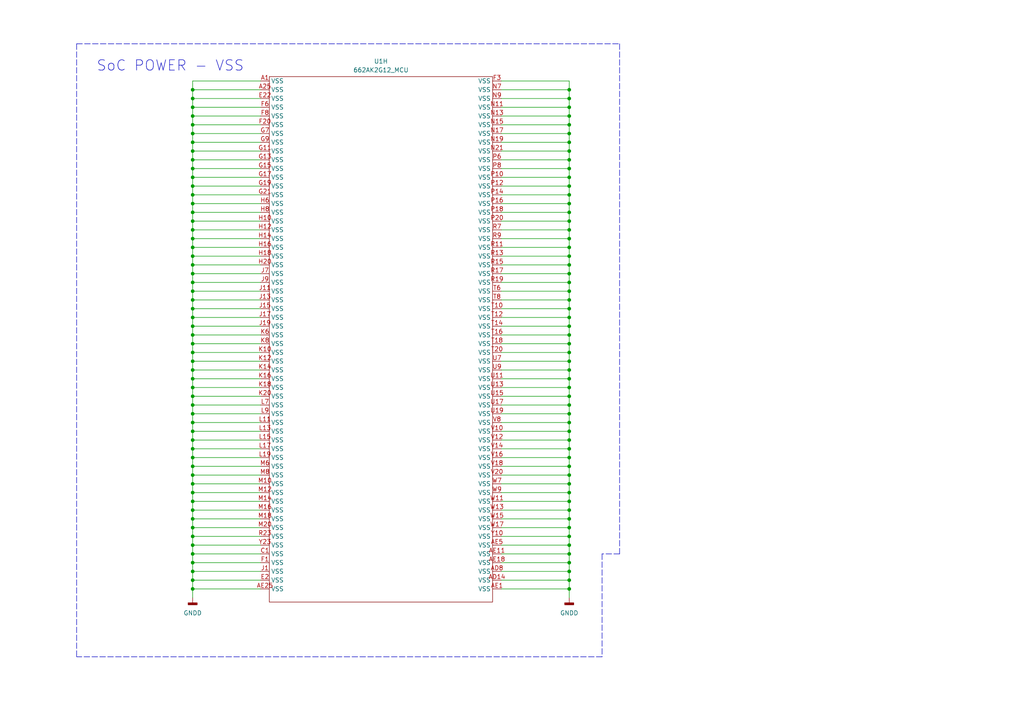
<source format=kicad_sch>
(kicad_sch (version 20211123) (generator eeschema)
  (paper "A4")
  (lib_symbols
    (symbol "66AK2GO2_MCU:662AK2G02_MCU"
      (property "Reference" "U" (at -135.89 90.17 0))
      (property "Value" "662AK2G02_MCU" (at -140.97 -353.06 0))
      (symbol "662AK2G02_MCU_1_0"
        (pin input line (at 17.78 12.7 180) (length 2.54) (name "NMIn") (number "W1"))
      )
      (symbol "662AK2G02_MCU_1_1"
        (rectangle (start 15.24 17.78) (end -21.59 -7.62))
        (pin input line (at 17.78 10.16 180) (length 2.54) (name "PORn") (number "AA3"))
        (pin input line (at 17.78 7.62 180) (length 2.54) (name "LRESETNMIENn") (number "V1"))
        (pin input line (at 17.78 5.08 180) (length 2.54) (name "LRESETn") (number "V2"))
        (pin input line (at 17.78 0 180) (length 2.54) (name "RESETFULLn") (number "W2"))
        (pin input line (at 17.78 2.54 180) (length 2.54) (name "RESETn") (number "W3"))
        (pin input line (at 17.78 -2.54 180) (length 2.54) (name "RESETSTATn") (number "Y2"))
        (pin input line (at 17.78 -5.08 180) (length 2.54) (name "BOOTCOMPLETE") (number "Y3"))
      )
      (symbol "662AK2G02_MCU_2_0"
        (rectangle (start -31.75 19.05) (end 35.56 -19.05))
      )
      (symbol "662AK2G02_MCU_2_1"
        (pin input line (at -34.29 13.97 0) (length 2.54) (name "AUDOSC_OUT") (number "A17"))
        (pin input line (at 38.1 16.51 180) (length 2.54) (name "SYSOSC_IN") (number "AC19"))
        (pin input line (at 38.1 1.27 180) (length 2.54) (name "SYSCLK_N") (number "AC25"))
        (pin input line (at 38.1 8.89 180) (length 2.54) (name "VSS_OSC_SYS") (number "AD19"))
        (pin input line (at 38.1 5.08 180) (length 2.54) (name "SYSCLK_P") (number "AD25"))
        (pin input line (at 38.1 12.7 180) (length 2.54) (name "SYSOSC_OUT") (number "AE19"))
        (pin input line (at -34.29 10.16 0) (length 2.54) (name "VSS_OSC_AUDIO") (number "B17"))
        (pin input line (at -34.29 17.78 0) (length 2.54) (name "AUDOSC_IN") (number "C17"))
        (pin input line (at -34.29 3.81 0) (length 2.54) (name "USB1_XO") (number "C20"))
        (pin input line (at -34.29 0 0) (length 2.54) (name "USB0_XO") (number "D19"))
        (pin input line (at -34.29 -13.97 0) (length 2.54) (name "RMII_REFCLK/PR0_eCAP0_eCAP_SYNCOUT") (number "D24"))
        (pin input line (at -34.29 -6.35 0) (length 2.54) (name "OBSCLK_P") (number "K1"))
        (pin input line (at 38.1 -13.97 180) (length 2.54) (name "CPTS_REFCLK_P") (number "K21"))
        (pin input line (at -34.29 -10.16 0) (length 2.54) (name "OBSCLK_N") (number "L1"))
        (pin input line (at 38.1 -17.78 180) (length 2.54) (name "CPTS_REFCLK_N") (number "L21"))
        (pin input line (at 38.1 -10.16 180) (length 2.54) (name "SYSCLKOUT") (number "M21"))
        (pin input line (at -34.29 -3.81 0) (length 2.54) (name "OBSPLL_LOCK") (number "N5"))
        (pin input line (at 38.1 -6.35 180) (length 2.54) (name "SYSCLKSEL") (number "R1"))
      )
      (symbol "662AK2G02_MCU_3_0"
        (rectangle (start -43.18 38.1) (end 34.29 -29.21))
      )
      (symbol "662AK2G02_MCU_3_1"
        (pin input line (at 36.83 29.21 180) (length 2.54) (name "PR1_PRU1_GPO0/PR1_PRU1_GPI0/GPIO1_26") (number "A14"))
        (pin input line (at 36.83 12.7 180) (length 2.54) (name "PR1_PRU1_GPO5/PR1_PRU1_GPI5/GPIO1_31") (number "A15"))
        (pin input line (at 36.83 -5.08 180) (length 2.54) (name "GPMC_CLK/GPIO0_16") (number "AB23"))
        (pin input line (at 36.83 -2.54 180) (length 2.54) (name "GPMC_BEn1/GPIO0_21") (number "AB24"))
        (pin input line (at 36.83 26.67 180) (length 2.54) (name "PR1_PRU1_GPO1/PR1_PRU1_GPI1/GPIO1_27") (number "B14"))
        (pin input line (at 36.83 7.62 180) (length 2.54) (name "PR1_PRU1_GPO7/PR1_PRU1_GPI7/GPIO1_33") (number "B15"))
        (pin input line (at 36.83 -12.7 180) (length 2.54) (name "MII_COL/GPIO0_83") (number "B25"))
        (pin input line (at 36.83 24.13 180) (length 2.54) (name "PR1_PRU1_GPO2/PR1_PRU1_GPI2/GPIO1_28") (number "C14"))
        (pin input line (at 36.83 5.08 180) (length 2.54) (name "PR1_PRU1_GPO8/PR1_PRU1_GPI8/GPIO1_34") (number "C15"))
        (pin input line (at 36.83 2.54 180) (length 2.54) (name "PR1_PRU1_GPO15/PR1_PRU1_GPI15/GPIO1_41") (number "C18"))
        (pin input line (at 36.83 16.51 180) (length 2.54) (name "PR1_PRU1_GPO4/PR1_PRU1_GPI4/GPIO1_30") (number "D14"))
        (pin input line (at 36.83 0 180) (length 2.54) (name "PR1_PRU1_GPO16/PR1_PRU1_GPI16/GPIO1_42") (number "D16"))
        (pin input line (at 36.83 20.32 180) (length 2.54) (name "PR1_PRU1_GPO3/PR1_PRU1_GPI3/GPIO1_29") (number "E14"))
        (pin input line (at 36.83 -19.05 180) (length 2.54) (name "SPI3_SCSn1/PR0_UART0_RXD/GPIO0_87") (number "E25"))
        (pin input line (at 36.83 10.16 180) (length 2.54) (name "PR1_PRU1_GPO6/PR1_PRU1_GPI6/GPIO1_32") (number "F14"))
        (pin input line (at 36.83 -10.16 180) (length 2.54) (name "MII_RXER/RMII_RXER/GPIO0_82") (number "F23"))
        (pin input line (at 36.83 -15.24 180) (length 2.54) (name "MII_CRS/RMII_CRS_DV/GPIO0_84") (number "G22"))
        (pin input line (at 36.83 -24.13 180) (length 2.54) (name "SPI1_SCSn1/GPIO0_100") (number "N3"))
      )
      (symbol "662AK2G02_MCU_4_0"
        (rectangle (start -12.7 35.56) (end 19.05 12.7))
      )
      (symbol "662AK2G02_MCU_4_1"
        (pin input line (at 21.59 26.67 180) (length 2.54) (name "RSV14") (number "AA1"))
        (pin input line (at 21.59 21.59 180) (length 2.54) (name "RSV16") (number "AA2"))
        (pin input line (at 21.59 24.13 180) (length 2.54) (name "RSV15") (number "AB1"))
        (pin input line (at 21.59 19.05 180) (length 2.54) (name "RSV17") (number "AB2"))
        (pin input line (at 21.59 16.51 180) (length 2.54) (name "RSV18") (number "AC1"))
        (pin input line (at 21.59 29.21 180) (length 2.54) (name "RSV13") (number "Y1"))
      )
      (symbol "662AK2G02_MCU_5_0"
        (rectangle (start -16.51 43.18) (end 7.62 7.62))
      )
      (symbol "662AK2G02_MCU_5_1"
        (pin input line (at 10.16 16.51 180) (length 2.54) (name "RSV10") (number "AA18"))
        (pin input line (at 10.16 39.37 180) (length 2.54) (name "RSV1") (number "AA19"))
        (pin input line (at 10.16 36.83 180) (length 2.54) (name "RSV2") (number "AB19"))
        (pin input line (at 10.16 29.21 180) (length 2.54) (name "RSV5") (number "D2"))
        (pin input line (at 10.16 21.59 180) (length 2.54) (name "RSV8") (number "F18"))
        (pin input line (at 10.16 24.13 180) (length 2.54) (name "RSV7") (number "G3"))
        (pin input line (at 10.16 19.05 180) (length 2.54) (name "RSV9") (number "H2"))
        (pin input line (at 10.16 26.67 180) (length 2.54) (name "RSV6") (number "L2"))
        (pin input line (at 10.16 31.75 180) (length 2.54) (name "RSV4") (number "W19"))
        (pin input line (at 10.16 11.43 180) (length 2.54) (name "RSV12") (number "Y14"))
        (pin input line (at 10.16 13.97 180) (length 2.54) (name "RSV11") (number "Y19"))
        (pin input line (at 10.16 34.29 180) (length 2.54) (name "RSV3") (number "Y20"))
      )
      (symbol "662AK2G02_MCU_6_0"
        (rectangle (start -49.53 80.01) (end -1.27 6.35))
      )
      (symbol "662AK2G02_MCU_6_1"
        (pin input line (at 1.27 24.13 180) (length 2.54) (name "CVDD") (number "J10"))
        (pin input line (at -52.07 11.43 0) (length 2.54) (name "CVDD1") (number "J12"))
        (pin input line (at 1.27 21.59 180) (length 2.54) (name "CVDD") (number "J14"))
        (pin input line (at -52.07 30.48 0) (length 2.54) (name "CVDD") (number "J16"))
        (pin input line (at -52.07 35.56 0) (length 2.54) (name "CVDD") (number "K11"))
        (pin input line (at -52.07 38.1 0) (length 2.54) (name "CVDD") (number "K13"))
        (pin input line (at -52.07 40.64 0) (length 2.54) (name "CVDD") (number "K15"))
        (pin input line (at -52.07 43.18 0) (length 2.54) (name "CVDD") (number "K17"))
        (pin input line (at -52.07 33.02 0) (length 2.54) (name "CVDD") (number "K9"))
        (pin input line (at -52.07 45.72 0) (length 2.54) (name "CVDD") (number "L10"))
        (pin input line (at -52.07 48.26 0) (length 2.54) (name "CVDD") (number "L12"))
        (pin input line (at -52.07 50.8 0) (length 2.54) (name "CVDD") (number "L14"))
        (pin input line (at -52.07 53.34 0) (length 2.54) (name "CVDD") (number "L16"))
        (pin input line (at -52.07 55.88 0) (length 2.54) (name "CVDD") (number "L18"))
        (pin input line (at -52.07 60.96 0) (length 2.54) (name "CVDD") (number "M11"))
        (pin input line (at -52.07 63.5 0) (length 2.54) (name "CVDD") (number "M13"))
        (pin input line (at -52.07 66.04 0) (length 2.54) (name "CVDD") (number "M15"))
        (pin input line (at -52.07 68.58 0) (length 2.54) (name "CVDD") (number "M17"))
        (pin input line (at -52.07 8.89 0) (length 2.54) (name "CVDD1") (number "M5"))
        (pin input line (at -52.07 58.42 0) (length 2.54) (name "CVDD") (number "M9"))
        (pin input line (at -52.07 71.12 0) (length 2.54) (name "CVDD") (number "N10"))
        (pin input line (at -52.07 73.66 0) (length 2.54) (name "CVDD") (number "N12"))
        (pin input line (at -52.07 76.2 0) (length 2.54) (name "CVDD") (number "N14"))
        (pin input line (at 1.27 67.31 180) (length 2.54) (name "CVDD") (number "N16"))
        (pin input line (at -52.07 16.51 0) (length 2.54) (name "CVDD1") (number "N18"))
        (pin input line (at -52.07 13.97 0) (length 2.54) (name "CVDD1") (number "N8"))
        (pin input line (at 1.27 62.23 180) (length 2.54) (name "CVDD") (number "P11"))
        (pin input line (at 1.27 59.69 180) (length 2.54) (name "CVDD") (number "P13"))
        (pin input line (at 1.27 57.15 180) (length 2.54) (name "CVDD") (number "P15"))
        (pin input line (at 1.27 54.61 180) (length 2.54) (name "CVDD") (number "P17"))
        (pin input line (at 1.27 64.77 180) (length 2.54) (name "CVDD") (number "P9"))
        (pin input line (at 1.27 49.53 180) (length 2.54) (name "CVDD") (number "R10"))
        (pin input line (at 1.27 46.99 180) (length 2.54) (name "CVDD") (number "R12"))
        (pin input line (at 1.27 44.45 180) (length 2.54) (name "CVDD") (number "R14"))
        (pin input line (at 1.27 41.91 180) (length 2.54) (name "CVDD") (number "R16"))
        (pin input line (at 1.27 39.37 180) (length 2.54) (name "CVDD") (number "R18"))
        (pin input line (at 1.27 52.07 180) (length 2.54) (name "CVDD") (number "R8"))
        (pin input line (at 1.27 34.29 180) (length 2.54) (name "CVDD") (number "T11"))
        (pin input line (at -52.07 19.05 0) (length 2.54) (name "CVDD1") (number "T13"))
        (pin input line (at 1.27 31.75 180) (length 2.54) (name "CVDD") (number "T15"))
        (pin input line (at 1.27 29.21 180) (length 2.54) (name "CVDD") (number "T17"))
        (pin input line (at 1.27 36.83 180) (length 2.54) (name "CVDD") (number "T9"))
        (pin input line (at 1.27 26.67 180) (length 2.54) (name "CVDD") (number "U16"))
      )
      (symbol "662AK2G02_MCU_7_0"
        (rectangle (start -90.17 95.25) (end -46.99 34.29))
      )
      (symbol "662AK2G02_MCU_7_1"
        (pin input line (at -44.45 52.07 180) (length 2.54) (name "DVDD18/USB_LDO") (number "F19"))
        (pin input line (at -44.45 74.93 180) (length 2.54) (name "AVDDA_NSSPLL") (number "G10"))
        (pin input line (at -44.45 77.47 180) (length 2.54) (name "AVDDA_MAINPLL") (number "G14"))
        (pin input line (at -44.45 54.61 180) (length 2.54) (name "DVDD18/PCIE_LDO") (number "G6"))
        (pin input line (at -44.45 72.39 180) (length 2.54) (name "AVDDA_ICSSPLL") (number "G8"))
        (pin input line (at -44.45 49.53 180) (length 2.54) (name "LDO_USB_CAP") (number "H19"))
        (pin input line (at -44.45 46.99 180) (length 2.54) (name "LDO_USB_CAP") (number "J18"))
        (pin input line (at -44.45 59.69 180) (length 2.54) (name "LDO_PCIE_CAP") (number "J8"))
        (pin input line (at -44.45 64.77 180) (length 2.54) (name "VDDAHV") (number "K7"))
        (pin input line (at -44.45 57.15 180) (length 2.54) (name "LDO_PCIE_CAP") (number "L8"))
        (pin input line (at -44.45 80.01 180) (length 2.54) (name "AVDDA_DSSPLL") (number "N20"))
        (pin input line (at -44.45 69.85 180) (length 2.54) (name "AVDDA_ARMPLL") (number "N6"))
        (pin input line (at -44.45 87.63 180) (length 2.54) (name "DVDD_DDRDLL") (number "W10"))
        (pin input line (at -44.45 90.17 180) (length 2.54) (name "DVDD_DDRDLL") (number "W14"))
        (pin input line (at -44.45 82.55 180) (length 2.54) (name "AVDDA_DDRPLL") (number "W20"))
        (pin input line (at -44.45 39.37 180) (length 2.54) (name "VPP2") (number "W21"))
        (pin input line (at -44.45 85.09 180) (length 2.54) (name "DVDD_DDRDLL") (number "W8"))
        (pin input line (at -44.45 41.91 180) (length 2.54) (name "VPP1") (number "Y21"))
      )
      (symbol "662AK2G02_MCU_8_0"
        (rectangle (start -60.96 105.41) (end 3.81 -46.99))
      )
      (symbol "662AK2G02_MCU_8_1"
        (pin input line (at -63.5 104.14 0) (length 2.54) (name "VSS") (number "A1"))
        (pin input line (at -63.5 101.6 0) (length 2.54) (name "VSS") (number "A25"))
        (pin input line (at 6.35 -40.64 180) (length 2.54) (name "VSS") (number "AD14"))
        (pin input line (at 6.35 -38.1 180) (length 2.54) (name "VSS") (number "AD8"))
        (pin input line (at 6.35 -43.18 180) (length 2.54) (name "VSS") (number "AE1"))
        (pin input line (at 6.35 -33.02 180) (length 2.54) (name "VSS") (number "AE11"))
        (pin input line (at 6.35 -35.56 180) (length 2.54) (name "VSS") (number "AE18"))
        (pin input line (at -63.5 -43.18 0) (length 2.54) (name "VSS") (number "AE25"))
        (pin input line (at 6.35 -30.48 180) (length 2.54) (name "VSS") (number "AE5"))
        (pin input line (at -63.5 -33.02 0) (length 2.54) (name "VSS") (number "C1"))
        (pin input line (at -63.5 -40.64 0) (length 2.54) (name "VSS") (number "E2"))
        (pin input line (at -63.5 99.06 0) (length 2.54) (name "VSS") (number "E22"))
        (pin input line (at -63.5 -35.56 0) (length 2.54) (name "VSS") (number "F1"))
        (pin input line (at -63.5 91.44 0) (length 2.54) (name "VSS") (number "F20"))
        (pin input line (at 6.35 104.14 180) (length 2.54) (name "VSS") (number "F3"))
        (pin input line (at -63.5 96.52 0) (length 2.54) (name "VSS") (number "F6"))
        (pin input line (at -63.5 93.98 0) (length 2.54) (name "VSS") (number "F8"))
        (pin input line (at -63.5 83.82 0) (length 2.54) (name "VSS") (number "G11"))
        (pin input line (at -63.5 81.28 0) (length 2.54) (name "VSS") (number "G13"))
        (pin input line (at -63.5 78.74 0) (length 2.54) (name "VSS") (number "G15"))
        (pin input line (at -63.5 76.2 0) (length 2.54) (name "VSS") (number "G17"))
        (pin input line (at -63.5 73.66 0) (length 2.54) (name "VSS") (number "G19"))
        (pin input line (at -63.5 71.12 0) (length 2.54) (name "VSS") (number "G21"))
        (pin input line (at -63.5 88.9 0) (length 2.54) (name "VSS") (number "G7"))
        (pin input line (at -63.5 86.36 0) (length 2.54) (name "VSS") (number "G9"))
        (pin input line (at -63.5 63.5 0) (length 2.54) (name "VSS") (number "H10"))
        (pin input line (at -63.5 60.96 0) (length 2.54) (name "VSS") (number "H12"))
        (pin input line (at -63.5 58.42 0) (length 2.54) (name "VSS") (number "H14"))
        (pin input line (at -63.5 55.88 0) (length 2.54) (name "VSS") (number "H16"))
        (pin input line (at -63.5 53.34 0) (length 2.54) (name "VSS") (number "H18"))
        (pin input line (at -63.5 50.8 0) (length 2.54) (name "VSS") (number "H20"))
        (pin input line (at -63.5 68.58 0) (length 2.54) (name "VSS") (number "H6"))
        (pin input line (at -63.5 66.04 0) (length 2.54) (name "VSS") (number "H8"))
        (pin input line (at -63.5 -38.1 0) (length 2.54) (name "VSS") (number "J1"))
        (pin input line (at -63.5 43.18 0) (length 2.54) (name "VSS") (number "J11"))
        (pin input line (at -63.5 40.64 0) (length 2.54) (name "VSS") (number "J13"))
        (pin input line (at -63.5 38.1 0) (length 2.54) (name "VSS") (number "J15"))
        (pin input line (at -63.5 35.56 0) (length 2.54) (name "VSS") (number "J17"))
        (pin input line (at -63.5 33.02 0) (length 2.54) (name "VSS") (number "J19"))
        (pin input line (at -63.5 48.26 0) (length 2.54) (name "VSS") (number "J7"))
        (pin input line (at -63.5 45.72 0) (length 2.54) (name "VSS") (number "J9"))
        (pin input line (at -63.5 25.4 0) (length 2.54) (name "VSS") (number "K10"))
        (pin input line (at -63.5 22.86 0) (length 2.54) (name "VSS") (number "K12"))
        (pin input line (at -63.5 20.32 0) (length 2.54) (name "VSS") (number "K14"))
        (pin input line (at -63.5 17.78 0) (length 2.54) (name "VSS") (number "K16"))
        (pin input line (at -63.5 15.24 0) (length 2.54) (name "VSS") (number "K18"))
        (pin input line (at -63.5 12.7 0) (length 2.54) (name "VSS") (number "K20"))
        (pin input line (at -63.5 30.48 0) (length 2.54) (name "VSS") (number "K6"))
        (pin input line (at -63.5 27.94 0) (length 2.54) (name "VSS") (number "K8"))
        (pin input line (at -63.5 5.08 0) (length 2.54) (name "VSS") (number "L11"))
        (pin input line (at -63.5 2.54 0) (length 2.54) (name "VSS") (number "L13"))
        (pin input line (at -63.5 0 0) (length 2.54) (name "VSS") (number "L15"))
        (pin input line (at -63.5 -2.54 0) (length 2.54) (name "VSS") (number "L17"))
        (pin input line (at -63.5 -5.08 0) (length 2.54) (name "VSS") (number "L19"))
        (pin input line (at -63.5 10.16 0) (length 2.54) (name "VSS") (number "L7"))
        (pin input line (at -63.5 7.62 0) (length 2.54) (name "VSS") (number "L9"))
        (pin input line (at -63.5 -12.7 0) (length 2.54) (name "VSS") (number "M10"))
        (pin input line (at -63.5 -15.24 0) (length 2.54) (name "VSS") (number "M12"))
        (pin input line (at -63.5 -17.78 0) (length 2.54) (name "VSS") (number "M14"))
        (pin input line (at -63.5 -20.32 0) (length 2.54) (name "VSS") (number "M16"))
        (pin input line (at -63.5 -22.86 0) (length 2.54) (name "VSS") (number "M18"))
        (pin input line (at -63.5 -25.4 0) (length 2.54) (name "VSS") (number "M20"))
        (pin input line (at -63.5 -7.62 0) (length 2.54) (name "VSS") (number "M6"))
        (pin input line (at -63.5 -10.16 0) (length 2.54) (name "VSS") (number "M8"))
        (pin input line (at 6.35 96.52 180) (length 2.54) (name "VSS") (number "N11"))
        (pin input line (at 6.35 93.98 180) (length 2.54) (name "VSS") (number "N13"))
        (pin input line (at 6.35 91.44 180) (length 2.54) (name "VSS") (number "N15"))
        (pin input line (at 6.35 88.9 180) (length 2.54) (name "VSS") (number "N17"))
        (pin input line (at 6.35 86.36 180) (length 2.54) (name "VSS") (number "N19"))
        (pin input line (at 6.35 83.82 180) (length 2.54) (name "VSS") (number "N21"))
        (pin input line (at 6.35 101.6 180) (length 2.54) (name "VSS") (number "N7"))
        (pin input line (at 6.35 99.06 180) (length 2.54) (name "VSS") (number "N9"))
        (pin input line (at 6.35 76.2 180) (length 2.54) (name "VSS") (number "P10"))
        (pin input line (at 6.35 73.66 180) (length 2.54) (name "VSS") (number "P12"))
        (pin input line (at 6.35 71.12 180) (length 2.54) (name "VSS") (number "P14"))
        (pin input line (at 6.35 68.58 180) (length 2.54) (name "VSS") (number "P16"))
        (pin input line (at 6.35 66.04 180) (length 2.54) (name "VSS") (number "P18"))
        (pin input line (at 6.35 63.5 180) (length 2.54) (name "VSS") (number "P20"))
        (pin input line (at 6.35 81.28 180) (length 2.54) (name "VSS") (number "P6"))
        (pin input line (at 6.35 78.74 180) (length 2.54) (name "VSS") (number "P8"))
        (pin input line (at 6.35 55.88 180) (length 2.54) (name "VSS") (number "R11"))
        (pin input line (at 6.35 53.34 180) (length 2.54) (name "VSS") (number "R13"))
        (pin input line (at 6.35 50.8 180) (length 2.54) (name "VSS") (number "R15"))
        (pin input line (at 6.35 48.26 180) (length 2.54) (name "VSS") (number "R17"))
        (pin input line (at 6.35 45.72 180) (length 2.54) (name "VSS") (number "R19"))
        (pin input line (at -63.5 -27.94 0) (length 2.54) (name "VSS") (number "R23"))
        (pin input line (at 6.35 60.96 180) (length 2.54) (name "VSS") (number "R7"))
        (pin input line (at 6.35 58.42 180) (length 2.54) (name "VSS") (number "R9"))
        (pin input line (at 6.35 38.1 180) (length 2.54) (name "VSS") (number "T10"))
        (pin input line (at 6.35 35.56 180) (length 2.54) (name "VSS") (number "T12"))
        (pin input line (at 6.35 33.02 180) (length 2.54) (name "VSS") (number "T14"))
        (pin input line (at 6.35 30.48 180) (length 2.54) (name "VSS") (number "T16"))
        (pin input line (at 6.35 27.94 180) (length 2.54) (name "VSS") (number "T18"))
        (pin input line (at 6.35 25.4 180) (length 2.54) (name "VSS") (number "T20"))
        (pin input line (at 6.35 43.18 180) (length 2.54) (name "VSS") (number "T6"))
        (pin input line (at 6.35 40.64 180) (length 2.54) (name "VSS") (number "T8"))
        (pin input line (at 6.35 17.78 180) (length 2.54) (name "VSS") (number "U11"))
        (pin input line (at 6.35 15.24 180) (length 2.54) (name "VSS") (number "U13"))
        (pin input line (at 6.35 12.7 180) (length 2.54) (name "VSS") (number "U15"))
        (pin input line (at 6.35 10.16 180) (length 2.54) (name "VSS") (number "U17"))
        (pin input line (at 6.35 7.62 180) (length 2.54) (name "VSS") (number "U19"))
        (pin input line (at 6.35 22.86 180) (length 2.54) (name "VSS") (number "U7"))
        (pin input line (at 6.35 20.32 180) (length 2.54) (name "VSS") (number "U9"))
        (pin input line (at 6.35 2.54 180) (length 2.54) (name "VSS") (number "V10"))
        (pin input line (at 6.35 0 180) (length 2.54) (name "VSS") (number "V12"))
        (pin input line (at 6.35 -2.54 180) (length 2.54) (name "VSS") (number "V14"))
        (pin input line (at 6.35 -5.08 180) (length 2.54) (name "VSS") (number "V16"))
        (pin input line (at 6.35 -7.62 180) (length 2.54) (name "VSS") (number "V18"))
        (pin input line (at 6.35 -10.16 180) (length 2.54) (name "VSS") (number "V20"))
        (pin input line (at 6.35 5.08 180) (length 2.54) (name "VSS") (number "V8"))
        (pin input line (at 6.35 -17.78 180) (length 2.54) (name "VSS") (number "W11"))
        (pin input line (at 6.35 -20.32 180) (length 2.54) (name "VSS") (number "W13"))
        (pin input line (at 6.35 -22.86 180) (length 2.54) (name "VSS") (number "W15"))
        (pin input line (at 6.35 -25.4 180) (length 2.54) (name "VSS") (number "W17"))
        (pin input line (at 6.35 -12.7 180) (length 2.54) (name "VSS") (number "W7"))
        (pin input line (at 6.35 -15.24 180) (length 2.54) (name "VSS") (number "W9"))
        (pin input line (at 6.35 -27.94 180) (length 2.54) (name "VSS") (number "Y10"))
        (pin input line (at -63.5 -30.48 0) (length 2.54) (name "VSS") (number "Y23"))
      )
      (symbol "662AK2G02_MCU_9_0"
        (rectangle (start -27.94 58.42) (end 11.43 -12.7))
      )
      (symbol "662AK2G02_MCU_9_1"
        (pin input line (at 13.97 53.34 180) (length 2.54) (name "DVDD33") (number "AA23"))
        (pin input line (at 13.97 50.8 180) (length 2.54) (name "DVDD33") (number "E23"))
        (pin input line (at 13.97 25.4 180) (length 2.54) (name "DVDD33") (number "F11"))
        (pin input line (at 13.97 22.86 180) (length 2.54) (name "DVDD33") (number "F15"))
        (pin input line (at 13.97 48.26 180) (length 2.54) (name "DVDD33") (number "F21"))
        (pin input line (at 13.97 27.94 180) (length 2.54) (name "DVDD33") (number "F7"))
        (pin input line (at 13.97 20.32 180) (length 2.54) (name "DVDD33") (number "G12"))
        (pin input line (at 13.97 17.78 180) (length 2.54) (name "DVDD33") (number "G16"))
        (pin input line (at 13.97 -8.89 180) (length 2.54) (name "DVDD33_USB") (number "G18"))
        (pin input line (at 13.97 45.72 180) (length 2.54) (name "DVDD33") (number "G20"))
        (pin input line (at 13.97 15.24 180) (length 2.54) (name "DVDD33") (number "H11"))
        (pin input line (at 13.97 12.7 180) (length 2.54) (name "DVDD33") (number "H13"))
        (pin input line (at 13.97 10.16 180) (length 2.54) (name "DVDD33") (number "H15"))
        (pin input line (at 13.97 -6.35 180) (length 2.54) (name "DVDD33_USB") (number "H17"))
        (pin input line (at 13.97 55.88 180) (length 2.54) (name "DVDD33") (number "H9"))
        (pin input line (at 13.97 43.18 180) (length 2.54) (name "DVDD33") (number "J20"))
        (pin input line (at 13.97 40.64 180) (length 2.54) (name "DVDD33") (number "P19"))
        (pin input line (at 13.97 7.62 180) (length 2.54) (name "DVDD33") (number "P7"))
        (pin input line (at 13.97 38.1 180) (length 2.54) (name "DVDD33") (number "R20"))
        (pin input line (at 13.97 5.08 180) (length 2.54) (name "DVDD33") (number "R6"))
        (pin input line (at 13.97 35.56 180) (length 2.54) (name "DVDD33") (number "T19"))
        (pin input line (at 13.97 2.54 180) (length 2.54) (name "DVDD33") (number "T23"))
        (pin input line (at 13.97 0 180) (length 2.54) (name "DVDD33") (number "T7"))
        (pin input line (at 13.97 33.02 180) (length 2.54) (name "DVDD33") (number "U20"))
        (pin input line (at 13.97 30.48 180) (length 2.54) (name "DVDD33") (number "V21"))
      )
      (symbol "662AK2G02_MCU_10_0"
        (rectangle (start -26.67 45.72) (end 13.97 -16.51))
      )
      (symbol "662AK2G02_MCU_10_1"
        (pin input line (at 16.51 36.83 180) (length 2.54) (name "DVDD_DDR") (number "AD11"))
        (pin input line (at 16.51 34.29 180) (length 2.54) (name "DVDD_DDR") (number "AD18"))
        (pin input line (at 16.51 39.37 180) (length 2.54) (name "DVDD_DDR") (number "AD5"))
        (pin input line (at 16.51 1.27 180) (length 2.54) (name "DVDD_DDR") (number "AE14"))
        (pin input line (at 16.51 3.81 180) (length 2.54) (name "DVDD_DDR") (number "AE8"))
        (pin input line (at -29.21 39.37 0) (length 2.54) (name "DVDD18") (number "F17"))
        (pin input line (at -29.21 13.97 0) (length 2.54) (name "DVDD18") (number "H5"))
        (pin input line (at -29.21 16.51 0) (length 2.54) (name "DVDD18") (number "J6"))
        (pin input line (at -29.21 34.29 0) (length 2.54) (name "DVDD18") (number "K19"))
        (pin input line (at -29.21 36.83 0) (length 2.54) (name "DVDD18") (number "L20"))
        (pin input line (at -29.21 29.21 0) (length 2.54) (name "DVDD18") (number "L6"))
        (pin input line (at -29.21 31.75 0) (length 2.54) (name "DVDD18") (number "M7"))
        (pin input line (at 16.51 29.21 180) (length 2.54) (name "DVDD_DDR") (number "U10"))
        (pin input line (at 16.51 26.67 180) (length 2.54) (name "DVDD_DDR") (number "U12"))
        (pin input line (at 16.51 24.13 180) (length 2.54) (name "DVDD_DDR") (number "U14"))
        (pin input line (at -29.21 21.59 0) (length 2.54) (name "DVDD18") (number "U18"))
        (pin input line (at -29.21 24.13 0) (length 2.54) (name "DVDD18") (number "U6"))
        (pin input line (at 16.51 31.75 180) (length 2.54) (name "DVDD_DDR") (number "U8"))
        (pin input line (at 16.51 19.05 180) (length 2.54) (name "DVDD_DDR") (number "V11"))
        (pin input line (at 16.51 16.51 180) (length 2.54) (name "DVDD_DDR") (number "V13"))
        (pin input line (at 16.51 13.97 180) (length 2.54) (name "DVDD_DDR") (number "V15"))
        (pin input line (at 16.51 11.43 180) (length 2.54) (name "DVDD_DDR") (number "V17"))
        (pin input line (at -29.21 19.05 0) (length 2.54) (name "DVDD18") (number "V19"))
        (pin input line (at 16.51 21.59 180) (length 2.54) (name "DVDD_DDR") (number "V7"))
        (pin input line (at 16.51 8.89 180) (length 2.54) (name "DVDD_DDR") (number "W16"))
        (pin input line (at 16.51 6.35 180) (length 2.54) (name "DVDD_DDR") (number "W18"))
        (pin input line (at -29.21 26.67 0) (length 2.54) (name "DVDD18") (number "W6"))
        (pin input line (at 16.51 -7.62 180) (length 2.54) (name "DDR3_VREFSSTL") (number "Y9"))
      )
    )
    (symbol "power:GNDD" (power) (pin_names (offset 0))
      (property "Value" "GNDD" (at 0 -3.175 0))
      (symbol "GNDD_0_1"
        (rectangle (start -1.27 -1.524) (end 1.27 -2.032) (stroke (width 0.254)) (fill (type outline)))
        (polyline (pts (xy 0 0) (xy 0 -1.524)))
      )
      (symbol "GNDD_1_1"
        (pin power_in line (at 0 0 270) (length 0) hide (name "GNDD") (number "1"))
      )
    )
  )
  (junction (at 55.88 94.615))
  (junction (at 55.88 81.915))
  (junction (at 165.1 41.275))
  (junction (at 165.1 94.615))
  (junction (at 165.1 109.855))
  (junction (at 165.1 170.815))
  (junction (at 55.88 28.575))
  (junction (at 55.88 135.255))
  (junction (at 165.1 66.675))
  (junction (at 165.1 168.275))
  (junction (at 165.1 79.375))
  (junction (at 55.88 56.515))
  (junction (at 165.1 59.055))
  (junction (at 165.1 61.595))
  (junction (at 55.88 132.715))
  (junction (at 55.88 66.675))
  (junction (at 165.1 122.555))
  (junction (at 55.88 163.195))
  (junction (at 55.88 165.735))
  (junction (at 55.88 155.575))
  (junction (at 55.88 122.555))
  (junction (at 55.88 61.595))
  (junction (at 165.1 117.475))
  (junction (at 55.88 127.635))
  (junction (at 55.88 142.875))
  (junction (at 165.1 38.735))
  (junction (at 165.1 140.335))
  (junction (at 55.88 112.395))
  (junction (at 55.88 69.215))
  (junction (at 55.88 33.655))
  (junction (at 55.88 53.975))
  (junction (at 165.1 127.635))
  (junction (at 55.88 79.375))
  (junction (at 165.1 142.875))
  (junction (at 165.1 76.835))
  (junction (at 165.1 120.015))
  (junction (at 55.88 31.115))
  (junction (at 165.1 36.195))
  (junction (at 165.1 135.255))
  (junction (at 165.1 114.935))
  (junction (at 165.1 145.415))
  (junction (at 165.1 53.975))
  (junction (at 165.1 71.755))
  (junction (at 165.1 155.575))
  (junction (at 55.88 71.755))
  (junction (at 165.1 84.455))
  (junction (at 165.1 130.175))
  (junction (at 55.88 140.335))
  (junction (at 55.88 74.295))
  (junction (at 55.88 109.855))
  (junction (at 55.88 125.095))
  (junction (at 55.88 160.655))
  (junction (at 165.1 28.575))
  (junction (at 55.88 64.135))
  (junction (at 165.1 158.115))
  (junction (at 165.1 56.515))
  (junction (at 55.88 84.455))
  (junction (at 165.1 163.195))
  (junction (at 165.1 86.995))
  (junction (at 165.1 33.655))
  (junction (at 165.1 51.435))
  (junction (at 55.88 117.475))
  (junction (at 55.88 107.315))
  (junction (at 165.1 48.895))
  (junction (at 165.1 99.695))
  (junction (at 55.88 104.775))
  (junction (at 165.1 147.955))
  (junction (at 55.88 48.895))
  (junction (at 55.88 158.115))
  (junction (at 165.1 137.795))
  (junction (at 55.88 102.235))
  (junction (at 55.88 76.835))
  (junction (at 55.88 43.815))
  (junction (at 165.1 107.315))
  (junction (at 165.1 104.775))
  (junction (at 55.88 89.535))
  (junction (at 55.88 137.795))
  (junction (at 165.1 125.095))
  (junction (at 165.1 46.355))
  (junction (at 55.88 170.815))
  (junction (at 165.1 153.035))
  (junction (at 165.1 102.235))
  (junction (at 55.88 114.935))
  (junction (at 165.1 43.815))
  (junction (at 165.1 69.215))
  (junction (at 55.88 26.035))
  (junction (at 55.88 97.155))
  (junction (at 165.1 31.115))
  (junction (at 165.1 89.535))
  (junction (at 55.88 120.015))
  (junction (at 55.88 36.195))
  (junction (at 55.88 150.495))
  (junction (at 55.88 92.075))
  (junction (at 55.88 46.355))
  (junction (at 55.88 153.035))
  (junction (at 55.88 41.275))
  (junction (at 165.1 97.155))
  (junction (at 55.88 147.955))
  (junction (at 165.1 112.395))
  (junction (at 55.88 86.995))
  (junction (at 55.88 38.735))
  (junction (at 165.1 132.715))
  (junction (at 165.1 74.295))
  (junction (at 165.1 81.915))
  (junction (at 55.88 51.435))
  (junction (at 55.88 168.275))
  (junction (at 165.1 64.135))
  (junction (at 55.88 99.695))
  (junction (at 55.88 59.055))
  (junction (at 165.1 150.495))
  (junction (at 165.1 165.735))
  (junction (at 55.88 130.175))
  (junction (at 165.1 26.035))
  (junction (at 165.1 92.075))
  (junction (at 55.88 145.415))
  (junction (at 165.1 160.655))
  (wire (pts (xy 145.415 81.915) (xy 165.1 81.915)))
  (wire (pts (xy 75.565 142.875) (xy 55.88 142.875)))
  (wire (pts (xy 55.88 23.495) (xy 55.88 26.035)))
  (wire (pts (xy 145.415 120.015) (xy 165.1 120.015)))
  (wire (pts (xy 145.415 104.775) (xy 165.1 104.775)))
  (wire (pts (xy 55.88 132.715) (xy 75.565 132.715)))
  (wire (pts (xy 165.1 61.595) (xy 165.1 64.135)))
  (wire (pts (xy 75.565 86.995) (xy 55.88 86.995)))
  (wire (pts (xy 75.565 89.535) (xy 55.88 89.535)))
  (wire (pts (xy 165.1 74.295) (xy 165.1 76.835)))
  (wire (pts (xy 165.1 140.335) (xy 165.1 137.795)))
  (wire (pts (xy 165.1 31.115) (xy 165.1 33.655)))
  (wire (pts (xy 165.1 79.375) (xy 165.1 81.915)))
  (wire (pts (xy 75.565 122.555) (xy 55.88 122.555)))
  (wire (pts (xy 55.88 81.915) (xy 55.88 84.455)))
  (wire (pts (xy 75.565 112.395) (xy 55.88 112.395)))
  (wire (pts (xy 145.415 74.295) (xy 165.1 74.295)))
  (wire (pts (xy 145.415 114.935) (xy 165.1 114.935)))
  (wire (pts (xy 145.415 71.755) (xy 165.1 71.755)))
  (wire (pts (xy 145.415 28.575) (xy 165.1 28.575)))
  (wire (pts (xy 75.565 170.815) (xy 55.88 170.815)))
  (wire (pts (xy 145.415 23.495) (xy 165.1 23.495)))
  (wire (pts (xy 55.88 168.275) (xy 55.88 170.815)))
  (wire (pts (xy 55.88 71.755) (xy 75.565 71.755)))
  (wire (pts (xy 55.88 23.495) (xy 75.565 23.495)))
  (wire (pts (xy 75.565 28.575) (xy 55.88 28.575)))
  (wire (pts (xy 165.1 170.815) (xy 145.415 170.815)))
  (wire (pts (xy 75.565 104.775) (xy 55.88 104.775)))
  (wire (pts (xy 165.1 33.655) (xy 165.1 36.195)))
  (wire (pts (xy 165.1 153.035) (xy 165.1 150.495)))
  (wire (pts (xy 55.88 153.035) (xy 55.88 155.575)))
  (wire (pts (xy 75.565 38.735) (xy 55.88 38.735)))
  (wire (pts (xy 145.415 53.975) (xy 165.1 53.975)))
  (wire (pts (xy 75.565 92.075) (xy 55.88 92.075)))
  (wire (pts (xy 55.88 38.735) (xy 55.88 41.275)))
  (wire (pts (xy 145.415 26.035) (xy 165.1 26.035)))
  (wire (pts (xy 55.88 120.015) (xy 75.565 120.015)))
  (wire (pts (xy 165.1 23.495) (xy 165.1 26.035)))
  (wire (pts (xy 75.565 99.695) (xy 55.88 99.695)))
  (wire (pts (xy 75.565 48.895) (xy 55.88 48.895)))
  (wire (pts (xy 145.415 109.855) (xy 165.1 109.855)))
  (wire (pts (xy 55.88 145.415) (xy 75.565 145.415)))
  (wire (pts (xy 145.415 48.895) (xy 165.1 48.895)))
  (wire (pts (xy 75.565 155.575) (xy 55.88 155.575)))
  (wire (pts (xy 75.565 165.735) (xy 55.88 165.735)))
  (wire (pts (xy 145.415 112.395) (xy 165.1 112.395)))
  (wire (pts (xy 55.88 155.575) (xy 55.88 158.115)))
  (wire (pts (xy 75.565 107.315) (xy 55.88 107.315)))
  (wire (pts (xy 75.565 79.375) (xy 55.88 79.375)))
  (wire (pts (xy 165.1 150.495) (xy 165.1 147.955)))
  (wire (pts (xy 75.565 109.855) (xy 55.88 109.855)))
  (wire (pts (xy 75.565 117.475) (xy 55.88 117.475)))
  (wire (pts (xy 145.415 41.275) (xy 165.1 41.275)))
  (wire (pts (xy 55.88 26.035) (xy 55.88 28.575)))
  (polyline (pts (xy 174.625 160.655) (xy 174.625 190.5)))
  (wire (pts (xy 55.88 69.215) (xy 75.565 69.215)))
  (wire (pts (xy 55.88 92.075) (xy 55.88 94.615)))
  (wire (pts (xy 55.88 99.695) (xy 55.88 102.235)))
  (wire (pts (xy 55.88 31.115) (xy 55.88 33.655)))
  (wire (pts (xy 165.1 158.115) (xy 165.1 155.575)))
  (wire (pts (xy 165.1 53.975) (xy 165.1 56.515)))
  (wire (pts (xy 145.415 102.235) (xy 165.1 102.235)))
  (wire (pts (xy 75.565 33.655) (xy 55.88 33.655)))
  (wire (pts (xy 145.415 89.535) (xy 165.1 89.535)))
  (polyline (pts (xy 174.625 190.5) (xy 22.225 190.5)))
  (wire (pts (xy 55.88 46.355) (xy 55.88 48.895)))
  (wire (pts (xy 165.1 41.275) (xy 165.1 43.815)))
  (wire (pts (xy 55.88 53.975) (xy 55.88 56.515)))
  (wire (pts (xy 75.565 26.035) (xy 55.88 26.035)))
  (wire (pts (xy 145.415 132.715) (xy 165.1 132.715)))
  (wire (pts (xy 55.88 107.315) (xy 55.88 109.855)))
  (wire (pts (xy 75.565 53.975) (xy 55.88 53.975)))
  (wire (pts (xy 165.1 28.575) (xy 165.1 31.115)))
  (wire (pts (xy 75.565 160.655) (xy 55.88 160.655)))
  (wire (pts (xy 145.415 94.615) (xy 165.1 94.615)))
  (wire (pts (xy 165.1 109.855) (xy 165.1 112.395)))
  (wire (pts (xy 55.88 135.255) (xy 55.88 137.795)))
  (wire (pts (xy 75.565 125.095) (xy 55.88 125.095)))
  (wire (pts (xy 165.1 56.515) (xy 165.1 59.055)))
  (wire (pts (xy 55.88 147.955) (xy 55.88 150.495)))
  (wire (pts (xy 55.88 127.635) (xy 55.88 130.175)))
  (wire (pts (xy 165.1 94.615) (xy 165.1 97.155)))
  (wire (pts (xy 165.1 66.675) (xy 165.1 69.215)))
  (wire (pts (xy 55.88 165.735) (xy 55.88 168.275)))
  (wire (pts (xy 165.1 145.415) (xy 165.1 147.955)))
  (wire (pts (xy 145.415 79.375) (xy 165.1 79.375)))
  (wire (pts (xy 145.415 130.175) (xy 165.1 130.175)))
  (wire (pts (xy 55.88 43.815) (xy 75.565 43.815)))
  (wire (pts (xy 55.88 97.155) (xy 55.88 99.695)))
  (wire (pts (xy 165.1 107.315) (xy 165.1 109.855)))
  (wire (pts (xy 55.88 33.655) (xy 55.88 36.195)))
  (wire (pts (xy 165.1 142.875) (xy 165.1 140.335)))
  (wire (pts (xy 55.88 61.595) (xy 55.88 64.135)))
  (wire (pts (xy 75.565 97.155) (xy 55.88 97.155)))
  (wire (pts (xy 145.415 158.115) (xy 165.1 158.115)))
  (wire (pts (xy 165.1 112.395) (xy 165.1 114.935)))
  (wire (pts (xy 145.415 165.735) (xy 165.1 165.735)))
  (wire (pts (xy 165.1 36.195) (xy 165.1 38.735)))
  (wire (pts (xy 75.565 158.115) (xy 55.88 158.115)))
  (wire (pts (xy 165.1 84.455) (xy 165.1 86.995)))
  (wire (pts (xy 145.415 122.555) (xy 165.1 122.555)))
  (wire (pts (xy 145.415 66.675) (xy 165.1 66.675)))
  (wire (pts (xy 145.415 142.875) (xy 165.1 142.875)))
  (wire (pts (xy 55.88 150.495) (xy 55.88 153.035)))
  (wire (pts (xy 165.1 132.715) (xy 165.1 135.255)))
  (wire (pts (xy 165.1 76.835) (xy 165.1 79.375)))
  (wire (pts (xy 145.415 140.335) (xy 165.1 140.335)))
  (wire (pts (xy 55.88 79.375) (xy 55.88 81.915)))
  (wire (pts (xy 75.565 130.175) (xy 55.88 130.175)))
  (wire (pts (xy 55.88 142.875) (xy 55.88 145.415)))
  (wire (pts (xy 55.88 163.195) (xy 55.88 165.735)))
  (wire (pts (xy 75.565 102.235) (xy 55.88 102.235)))
  (wire (pts (xy 165.1 127.635) (xy 165.1 130.175)))
  (wire (pts (xy 145.415 56.515) (xy 165.1 56.515)))
  (wire (pts (xy 75.565 81.915) (xy 55.88 81.915)))
  (wire (pts (xy 145.415 127.635) (xy 165.1 127.635)))
  (wire (pts (xy 165.1 59.055) (xy 165.1 61.595)))
  (wire (pts (xy 55.88 170.815) (xy 55.88 173.355)))
  (wire (pts (xy 55.88 86.995) (xy 55.88 89.535)))
  (wire (pts (xy 165.1 97.155) (xy 165.1 99.695)))
  (wire (pts (xy 75.565 84.455) (xy 55.88 84.455)))
  (wire (pts (xy 75.565 140.335) (xy 55.88 140.335)))
  (polyline (pts (xy 179.705 160.655) (xy 174.625 160.655)))
  (polyline (pts (xy 22.225 12.7) (xy 22.225 190.5)))
  (wire (pts (xy 165.1 165.735) (xy 165.1 168.275)))
  (wire (pts (xy 145.415 92.075) (xy 165.1 92.075)))
  (wire (pts (xy 55.88 114.935) (xy 55.88 117.475)))
  (wire (pts (xy 145.415 64.135) (xy 165.1 64.135)))
  (wire (pts (xy 75.565 135.255) (xy 55.88 135.255)))
  (wire (pts (xy 145.415 150.495) (xy 165.1 150.495)))
  (wire (pts (xy 165.1 89.535) (xy 165.1 92.075)))
  (wire (pts (xy 165.1 117.475) (xy 165.1 120.015)))
  (wire (pts (xy 145.415 168.275) (xy 165.1 168.275)))
  (wire (pts (xy 75.565 163.195) (xy 55.88 163.195)))
  (wire (pts (xy 55.88 84.455) (xy 55.88 86.995)))
  (wire (pts (xy 145.415 69.215) (xy 165.1 69.215)))
  (wire (pts (xy 165.1 142.875) (xy 165.1 145.415)))
  (wire (pts (xy 145.415 125.095) (xy 165.1 125.095)))
  (wire (pts (xy 55.88 160.655) (xy 55.88 163.195)))
  (wire (pts (xy 165.1 38.735) (xy 165.1 41.275)))
  (wire (pts (xy 165.1 43.815) (xy 165.1 46.355)))
  (wire (pts (xy 165.1 160.655) (xy 165.1 158.115)))
  (wire (pts (xy 145.415 61.595) (xy 165.1 61.595)))
  (wire (pts (xy 145.415 117.475) (xy 165.1 117.475)))
  (wire (pts (xy 165.1 120.015) (xy 165.1 122.555)))
  (wire (pts (xy 165.1 125.095) (xy 165.1 127.635)))
  (wire (pts (xy 55.88 56.515) (xy 75.565 56.515)))
  (wire (pts (xy 55.88 56.515) (xy 55.88 59.055)))
  (wire (pts (xy 55.88 41.275) (xy 55.88 43.815)))
  (wire (pts (xy 165.1 168.275) (xy 165.1 170.815)))
  (wire (pts (xy 75.565 64.135) (xy 55.88 64.135)))
  (wire (pts (xy 55.88 69.215) (xy 55.88 71.755)))
  (wire (pts (xy 75.565 137.795) (xy 55.88 137.795)))
  (wire (pts (xy 75.565 168.275) (xy 55.88 168.275)))
  (wire (pts (xy 55.88 59.055) (xy 55.88 61.595)))
  (wire (pts (xy 75.565 114.935) (xy 55.88 114.935)))
  (wire (pts (xy 165.1 114.935) (xy 165.1 117.475)))
  (wire (pts (xy 145.415 137.795) (xy 165.1 137.795)))
  (wire (pts (xy 55.88 76.835) (xy 55.88 79.375)))
  (wire (pts (xy 55.88 140.335) (xy 55.88 142.875)))
  (wire (pts (xy 165.1 48.895) (xy 165.1 51.435)))
  (wire (pts (xy 145.415 163.195) (xy 165.1 163.195)))
  (wire (pts (xy 145.415 97.155) (xy 165.1 97.155)))
  (wire (pts (xy 55.88 94.615) (xy 55.88 97.155)))
  (wire (pts (xy 165.1 51.435) (xy 165.1 53.975)))
  (wire (pts (xy 165.1 89.535) (xy 165.1 86.995)))
  (wire (pts (xy 145.415 31.115) (xy 165.1 31.115)))
  (wire (pts (xy 145.415 86.995) (xy 165.1 86.995)))
  (wire (pts (xy 55.88 150.495) (xy 75.565 150.495)))
  (wire (pts (xy 55.88 51.435) (xy 55.88 53.975)))
  (wire (pts (xy 145.415 33.655) (xy 165.1 33.655)))
  (wire (pts (xy 55.88 28.575) (xy 55.88 31.115)))
  (wire (pts (xy 55.88 117.475) (xy 55.88 120.015)))
  (wire (pts (xy 145.415 155.575) (xy 165.1 155.575)))
  (wire (pts (xy 145.415 38.735) (xy 165.1 38.735)))
  (wire (pts (xy 165.1 155.575) (xy 165.1 153.035)))
  (wire (pts (xy 145.415 51.435) (xy 165.1 51.435)))
  (wire (pts (xy 55.88 132.715) (xy 55.88 135.255)))
  (wire (pts (xy 145.415 84.455) (xy 165.1 84.455)))
  (wire (pts (xy 145.415 145.415) (xy 165.1 145.415)))
  (wire (pts (xy 55.88 122.555) (xy 55.88 125.095)))
  (wire (pts (xy 75.565 31.115) (xy 55.88 31.115)))
  (wire (pts (xy 55.88 43.815) (xy 55.88 46.355)))
  (wire (pts (xy 55.88 125.095) (xy 55.88 127.635)))
  (wire (pts (xy 145.415 147.955) (xy 165.1 147.955)))
  (wire (pts (xy 55.88 66.675) (xy 55.88 69.215)))
  (wire (pts (xy 145.415 99.695) (xy 165.1 99.695)))
  (wire (pts (xy 75.565 59.055) (xy 55.88 59.055)))
  (wire (pts (xy 145.415 135.255) (xy 165.1 135.255)))
  (wire (pts (xy 75.565 41.275) (xy 55.88 41.275)))
  (wire (pts (xy 75.565 61.595) (xy 55.88 61.595)))
  (wire (pts (xy 75.565 36.195) (xy 55.88 36.195)))
  (wire (pts (xy 165.1 102.235) (xy 165.1 104.775)))
  (wire (pts (xy 165.1 71.755) (xy 165.1 74.295)))
  (wire (pts (xy 165.1 163.195) (xy 165.1 165.735)))
  (wire (pts (xy 165.1 104.775) (xy 165.1 107.315)))
  (wire (pts (xy 55.88 71.755) (xy 55.88 74.295)))
  (wire (pts (xy 55.88 109.855) (xy 55.88 112.395)))
  (wire (pts (xy 145.415 153.035) (xy 165.1 153.035)))
  (wire (pts (xy 75.565 94.615) (xy 55.88 94.615)))
  (wire (pts (xy 55.88 48.895) (xy 55.88 51.435)))
  (wire (pts (xy 165.1 137.795) (xy 165.1 135.255)))
  (wire (pts (xy 55.88 130.175) (xy 55.88 132.715)))
  (wire (pts (xy 145.415 76.835) (xy 165.1 76.835)))
  (wire (pts (xy 55.88 120.015) (xy 55.88 122.555)))
  (wire (pts (xy 55.88 36.195) (xy 55.88 38.735)))
  (wire (pts (xy 165.1 99.695) (xy 165.1 102.235)))
  (wire (pts (xy 165.1 64.135) (xy 165.1 66.675)))
  (wire (pts (xy 145.415 46.355) (xy 165.1 46.355)))
  (wire (pts (xy 75.565 66.675) (xy 55.88 66.675)))
  (wire (pts (xy 165.1 26.035) (xy 165.1 28.575)))
  (wire (pts (xy 55.88 153.035) (xy 75.565 153.035)))
  (wire (pts (xy 165.1 46.355) (xy 165.1 48.895)))
  (wire (pts (xy 165.1 130.175) (xy 165.1 132.715)))
  (polyline (pts (xy 22.225 12.7) (xy 179.705 12.7)))
  (wire (pts (xy 75.565 46.355) (xy 55.88 46.355)))
  (wire (pts (xy 165.1 163.195) (xy 165.1 160.655)))
  (wire (pts (xy 55.88 147.955) (xy 75.565 147.955)))
  (wire (pts (xy 55.88 74.295) (xy 55.88 76.835)))
  (wire (pts (xy 145.415 107.315) (xy 165.1 107.315)))
  (wire (pts (xy 55.88 112.395) (xy 55.88 114.935)))
  (wire (pts (xy 165.1 92.075) (xy 165.1 94.615)))
  (wire (pts (xy 165.1 81.915) (xy 165.1 84.455)))
  (wire (pts (xy 55.88 51.435) (xy 75.565 51.435)))
  (wire (pts (xy 55.88 158.115) (xy 55.88 160.655)))
  (wire (pts (xy 55.88 89.535) (xy 55.88 92.075)))
  (wire (pts (xy 165.1 170.815) (xy 165.1 173.355)))
  (wire (pts (xy 55.88 64.135) (xy 55.88 66.675)))
  (wire (pts (xy 145.415 36.195) (xy 165.1 36.195)))
  (wire (pts (xy 145.415 59.055) (xy 165.1 59.055)))
  (wire (pts (xy 55.88 127.635) (xy 75.565 127.635)))
  (wire (pts (xy 55.88 104.775) (xy 55.88 107.315)))
  (wire (pts (xy 165.1 122.555) (xy 165.1 125.095)))
  (wire (pts (xy 165.1 69.215) (xy 165.1 71.755)))
  (wire (pts (xy 55.88 74.295) (xy 75.565 74.295)))
  (wire (pts (xy 55.88 102.235) (xy 55.88 104.775)))
  (wire (pts (xy 145.415 160.655) (xy 165.1 160.655)))
  (wire (pts (xy 55.88 137.795) (xy 55.88 140.335)))
  (wire (pts (xy 145.415 43.815) (xy 165.1 43.815)))
  (wire (pts (xy 55.88 145.415) (xy 55.88 147.955)))
  (wire (pts (xy 55.88 76.835) (xy 75.565 76.835)))
  (polyline (pts (xy 179.705 12.7) (xy 179.705 160.655)))
  (text "SoC POWER - VSS" (at 27.94 20.955 0) (effects (font (size 3 3)) (justify left bottom)))
  (symbol (lib_id "power:GNDD") (at 165.1 173.355 0) (unit 1)
    (property "Reference" "#PWR085" (effects hide))
    (property "Value" "GNDD" (at 165.1 177.8 0))
  )
  (symbol (lib_id "power:GNDD") (at 55.88 173.355 0) (unit 1)
    (property "Reference" "#PWR084" (effects hide))
    (property "Value" "GNDD" (at 55.88 177.8 0))
  )
  (symbol (lib_id "66AK2GO2_MCU:662AK2G02_MCU") (at 139.065 127.635 0) (unit 8)
    (property "Reference" "U1" (at 110.49 17.78 0))
    (property "Value" "662AK2G12_MCU" (at 110.49 20.32 0))
    (property "Footprint" "BGA_625:BGA625" (effects hide))
  )
)
</source>
